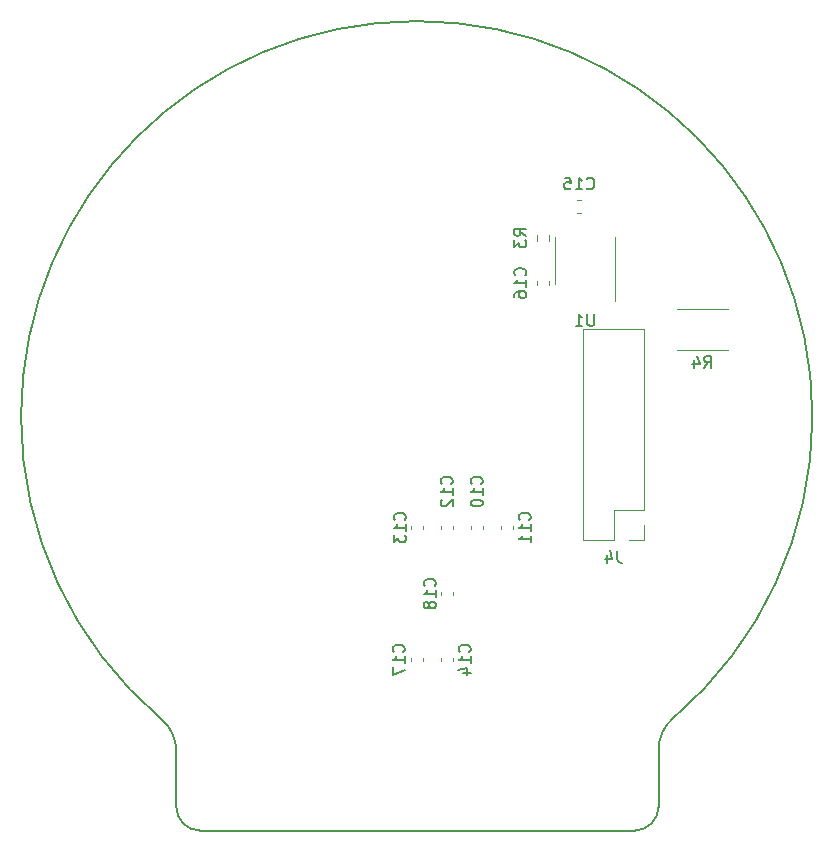
<source format=gbr>
%TF.GenerationSoftware,KiCad,Pcbnew,7.0.6*%
%TF.CreationDate,2024-03-18T21:18:52+03:00*%
%TF.ProjectId,_____ ________,1f3b3042-3020-4343-9042-47383a3e322e,rev?*%
%TF.SameCoordinates,Original*%
%TF.FileFunction,Legend,Bot*%
%TF.FilePolarity,Positive*%
%FSLAX46Y46*%
G04 Gerber Fmt 4.6, Leading zero omitted, Abs format (unit mm)*
G04 Created by KiCad (PCBNEW 7.0.6) date 2024-03-18 21:18:52*
%MOMM*%
%LPD*%
G01*
G04 APERTURE LIST*
%ADD10C,0.150000*%
%ADD11C,0.120000*%
%TA.AperFunction,Profile*%
%ADD12C,0.200000*%
%TD*%
G04 APERTURE END LIST*
D10*
X157331580Y-89019142D02*
X157379200Y-88971523D01*
X157379200Y-88971523D02*
X157426819Y-88828666D01*
X157426819Y-88828666D02*
X157426819Y-88733428D01*
X157426819Y-88733428D02*
X157379200Y-88590571D01*
X157379200Y-88590571D02*
X157283961Y-88495333D01*
X157283961Y-88495333D02*
X157188723Y-88447714D01*
X157188723Y-88447714D02*
X156998247Y-88400095D01*
X156998247Y-88400095D02*
X156855390Y-88400095D01*
X156855390Y-88400095D02*
X156664914Y-88447714D01*
X156664914Y-88447714D02*
X156569676Y-88495333D01*
X156569676Y-88495333D02*
X156474438Y-88590571D01*
X156474438Y-88590571D02*
X156426819Y-88733428D01*
X156426819Y-88733428D02*
X156426819Y-88828666D01*
X156426819Y-88828666D02*
X156474438Y-88971523D01*
X156474438Y-88971523D02*
X156522057Y-89019142D01*
X157426819Y-89971523D02*
X157426819Y-89400095D01*
X157426819Y-89685809D02*
X156426819Y-89685809D01*
X156426819Y-89685809D02*
X156569676Y-89590571D01*
X156569676Y-89590571D02*
X156664914Y-89495333D01*
X156664914Y-89495333D02*
X156712533Y-89400095D01*
X156426819Y-90590571D02*
X156426819Y-90685809D01*
X156426819Y-90685809D02*
X156474438Y-90781047D01*
X156474438Y-90781047D02*
X156522057Y-90828666D01*
X156522057Y-90828666D02*
X156617295Y-90876285D01*
X156617295Y-90876285D02*
X156807771Y-90923904D01*
X156807771Y-90923904D02*
X157045866Y-90923904D01*
X157045866Y-90923904D02*
X157236342Y-90876285D01*
X157236342Y-90876285D02*
X157331580Y-90828666D01*
X157331580Y-90828666D02*
X157379200Y-90781047D01*
X157379200Y-90781047D02*
X157426819Y-90685809D01*
X157426819Y-90685809D02*
X157426819Y-90590571D01*
X157426819Y-90590571D02*
X157379200Y-90495333D01*
X157379200Y-90495333D02*
X157331580Y-90447714D01*
X157331580Y-90447714D02*
X157236342Y-90400095D01*
X157236342Y-90400095D02*
X157045866Y-90352476D01*
X157045866Y-90352476D02*
X156807771Y-90352476D01*
X156807771Y-90352476D02*
X156617295Y-90400095D01*
X156617295Y-90400095D02*
X156522057Y-90447714D01*
X156522057Y-90447714D02*
X156474438Y-90495333D01*
X156474438Y-90495333D02*
X156426819Y-90590571D01*
X150821580Y-92067142D02*
X150869200Y-92019523D01*
X150869200Y-92019523D02*
X150916819Y-91876666D01*
X150916819Y-91876666D02*
X150916819Y-91781428D01*
X150916819Y-91781428D02*
X150869200Y-91638571D01*
X150869200Y-91638571D02*
X150773961Y-91543333D01*
X150773961Y-91543333D02*
X150678723Y-91495714D01*
X150678723Y-91495714D02*
X150488247Y-91448095D01*
X150488247Y-91448095D02*
X150345390Y-91448095D01*
X150345390Y-91448095D02*
X150154914Y-91495714D01*
X150154914Y-91495714D02*
X150059676Y-91543333D01*
X150059676Y-91543333D02*
X149964438Y-91638571D01*
X149964438Y-91638571D02*
X149916819Y-91781428D01*
X149916819Y-91781428D02*
X149916819Y-91876666D01*
X149916819Y-91876666D02*
X149964438Y-92019523D01*
X149964438Y-92019523D02*
X150012057Y-92067142D01*
X150916819Y-93019523D02*
X150916819Y-92448095D01*
X150916819Y-92733809D02*
X149916819Y-92733809D01*
X149916819Y-92733809D02*
X150059676Y-92638571D01*
X150059676Y-92638571D02*
X150154914Y-92543333D01*
X150154914Y-92543333D02*
X150202533Y-92448095D01*
X149916819Y-93352857D02*
X149916819Y-93971904D01*
X149916819Y-93971904D02*
X150297771Y-93638571D01*
X150297771Y-93638571D02*
X150297771Y-93781428D01*
X150297771Y-93781428D02*
X150345390Y-93876666D01*
X150345390Y-93876666D02*
X150393009Y-93924285D01*
X150393009Y-93924285D02*
X150488247Y-93971904D01*
X150488247Y-93971904D02*
X150726342Y-93971904D01*
X150726342Y-93971904D02*
X150821580Y-93924285D01*
X150821580Y-93924285D02*
X150869200Y-93876666D01*
X150869200Y-93876666D02*
X150916819Y-93781428D01*
X150916819Y-93781428D02*
X150916819Y-93495714D01*
X150916819Y-93495714D02*
X150869200Y-93400476D01*
X150869200Y-93400476D02*
X150821580Y-93352857D01*
X150727580Y-103243142D02*
X150775200Y-103195523D01*
X150775200Y-103195523D02*
X150822819Y-103052666D01*
X150822819Y-103052666D02*
X150822819Y-102957428D01*
X150822819Y-102957428D02*
X150775200Y-102814571D01*
X150775200Y-102814571D02*
X150679961Y-102719333D01*
X150679961Y-102719333D02*
X150584723Y-102671714D01*
X150584723Y-102671714D02*
X150394247Y-102624095D01*
X150394247Y-102624095D02*
X150251390Y-102624095D01*
X150251390Y-102624095D02*
X150060914Y-102671714D01*
X150060914Y-102671714D02*
X149965676Y-102719333D01*
X149965676Y-102719333D02*
X149870438Y-102814571D01*
X149870438Y-102814571D02*
X149822819Y-102957428D01*
X149822819Y-102957428D02*
X149822819Y-103052666D01*
X149822819Y-103052666D02*
X149870438Y-103195523D01*
X149870438Y-103195523D02*
X149918057Y-103243142D01*
X150822819Y-104195523D02*
X150822819Y-103624095D01*
X150822819Y-103909809D02*
X149822819Y-103909809D01*
X149822819Y-103909809D02*
X149965676Y-103814571D01*
X149965676Y-103814571D02*
X150060914Y-103719333D01*
X150060914Y-103719333D02*
X150108533Y-103624095D01*
X149822819Y-104528857D02*
X149822819Y-105195523D01*
X149822819Y-105195523D02*
X150822819Y-104766952D01*
X161109819Y-68032333D02*
X160633628Y-67699000D01*
X161109819Y-67460905D02*
X160109819Y-67460905D01*
X160109819Y-67460905D02*
X160109819Y-67841857D01*
X160109819Y-67841857D02*
X160157438Y-67937095D01*
X160157438Y-67937095D02*
X160205057Y-67984714D01*
X160205057Y-67984714D02*
X160300295Y-68032333D01*
X160300295Y-68032333D02*
X160443152Y-68032333D01*
X160443152Y-68032333D02*
X160538390Y-67984714D01*
X160538390Y-67984714D02*
X160586009Y-67937095D01*
X160586009Y-67937095D02*
X160633628Y-67841857D01*
X160633628Y-67841857D02*
X160633628Y-67460905D01*
X160109819Y-68365667D02*
X160109819Y-68984714D01*
X160109819Y-68984714D02*
X160490771Y-68651381D01*
X160490771Y-68651381D02*
X160490771Y-68794238D01*
X160490771Y-68794238D02*
X160538390Y-68889476D01*
X160538390Y-68889476D02*
X160586009Y-68937095D01*
X160586009Y-68937095D02*
X160681247Y-68984714D01*
X160681247Y-68984714D02*
X160919342Y-68984714D01*
X160919342Y-68984714D02*
X161014580Y-68937095D01*
X161014580Y-68937095D02*
X161062200Y-68889476D01*
X161062200Y-68889476D02*
X161109819Y-68794238D01*
X161109819Y-68794238D02*
X161109819Y-68508524D01*
X161109819Y-68508524D02*
X161062200Y-68413286D01*
X161062200Y-68413286D02*
X161014580Y-68365667D01*
X156315580Y-103243142D02*
X156363200Y-103195523D01*
X156363200Y-103195523D02*
X156410819Y-103052666D01*
X156410819Y-103052666D02*
X156410819Y-102957428D01*
X156410819Y-102957428D02*
X156363200Y-102814571D01*
X156363200Y-102814571D02*
X156267961Y-102719333D01*
X156267961Y-102719333D02*
X156172723Y-102671714D01*
X156172723Y-102671714D02*
X155982247Y-102624095D01*
X155982247Y-102624095D02*
X155839390Y-102624095D01*
X155839390Y-102624095D02*
X155648914Y-102671714D01*
X155648914Y-102671714D02*
X155553676Y-102719333D01*
X155553676Y-102719333D02*
X155458438Y-102814571D01*
X155458438Y-102814571D02*
X155410819Y-102957428D01*
X155410819Y-102957428D02*
X155410819Y-103052666D01*
X155410819Y-103052666D02*
X155458438Y-103195523D01*
X155458438Y-103195523D02*
X155506057Y-103243142D01*
X156410819Y-104195523D02*
X156410819Y-103624095D01*
X156410819Y-103909809D02*
X155410819Y-103909809D01*
X155410819Y-103909809D02*
X155553676Y-103814571D01*
X155553676Y-103814571D02*
X155648914Y-103719333D01*
X155648914Y-103719333D02*
X155696533Y-103624095D01*
X155744152Y-105052666D02*
X156410819Y-105052666D01*
X155363200Y-104814571D02*
X156077485Y-104576476D01*
X156077485Y-104576476D02*
X156077485Y-105195523D01*
X161014580Y-71366142D02*
X161062200Y-71318523D01*
X161062200Y-71318523D02*
X161109819Y-71175666D01*
X161109819Y-71175666D02*
X161109819Y-71080428D01*
X161109819Y-71080428D02*
X161062200Y-70937571D01*
X161062200Y-70937571D02*
X160966961Y-70842333D01*
X160966961Y-70842333D02*
X160871723Y-70794714D01*
X160871723Y-70794714D02*
X160681247Y-70747095D01*
X160681247Y-70747095D02*
X160538390Y-70747095D01*
X160538390Y-70747095D02*
X160347914Y-70794714D01*
X160347914Y-70794714D02*
X160252676Y-70842333D01*
X160252676Y-70842333D02*
X160157438Y-70937571D01*
X160157438Y-70937571D02*
X160109819Y-71080428D01*
X160109819Y-71080428D02*
X160109819Y-71175666D01*
X160109819Y-71175666D02*
X160157438Y-71318523D01*
X160157438Y-71318523D02*
X160205057Y-71366142D01*
X161109819Y-72318523D02*
X161109819Y-71747095D01*
X161109819Y-72032809D02*
X160109819Y-72032809D01*
X160109819Y-72032809D02*
X160252676Y-71937571D01*
X160252676Y-71937571D02*
X160347914Y-71842333D01*
X160347914Y-71842333D02*
X160395533Y-71747095D01*
X160109819Y-73175666D02*
X160109819Y-72985190D01*
X160109819Y-72985190D02*
X160157438Y-72889952D01*
X160157438Y-72889952D02*
X160205057Y-72842333D01*
X160205057Y-72842333D02*
X160347914Y-72747095D01*
X160347914Y-72747095D02*
X160538390Y-72699476D01*
X160538390Y-72699476D02*
X160919342Y-72699476D01*
X160919342Y-72699476D02*
X161014580Y-72747095D01*
X161014580Y-72747095D02*
X161062200Y-72794714D01*
X161062200Y-72794714D02*
X161109819Y-72889952D01*
X161109819Y-72889952D02*
X161109819Y-73080428D01*
X161109819Y-73080428D02*
X161062200Y-73175666D01*
X161062200Y-73175666D02*
X161014580Y-73223285D01*
X161014580Y-73223285D02*
X160919342Y-73270904D01*
X160919342Y-73270904D02*
X160681247Y-73270904D01*
X160681247Y-73270904D02*
X160586009Y-73223285D01*
X160586009Y-73223285D02*
X160538390Y-73175666D01*
X160538390Y-73175666D02*
X160490771Y-73080428D01*
X160490771Y-73080428D02*
X160490771Y-72889952D01*
X160490771Y-72889952D02*
X160538390Y-72794714D01*
X160538390Y-72794714D02*
X160586009Y-72747095D01*
X160586009Y-72747095D02*
X160681247Y-72699476D01*
X161395580Y-92067142D02*
X161443200Y-92019523D01*
X161443200Y-92019523D02*
X161490819Y-91876666D01*
X161490819Y-91876666D02*
X161490819Y-91781428D01*
X161490819Y-91781428D02*
X161443200Y-91638571D01*
X161443200Y-91638571D02*
X161347961Y-91543333D01*
X161347961Y-91543333D02*
X161252723Y-91495714D01*
X161252723Y-91495714D02*
X161062247Y-91448095D01*
X161062247Y-91448095D02*
X160919390Y-91448095D01*
X160919390Y-91448095D02*
X160728914Y-91495714D01*
X160728914Y-91495714D02*
X160633676Y-91543333D01*
X160633676Y-91543333D02*
X160538438Y-91638571D01*
X160538438Y-91638571D02*
X160490819Y-91781428D01*
X160490819Y-91781428D02*
X160490819Y-91876666D01*
X160490819Y-91876666D02*
X160538438Y-92019523D01*
X160538438Y-92019523D02*
X160586057Y-92067142D01*
X161490819Y-93019523D02*
X161490819Y-92448095D01*
X161490819Y-92733809D02*
X160490819Y-92733809D01*
X160490819Y-92733809D02*
X160633676Y-92638571D01*
X160633676Y-92638571D02*
X160728914Y-92543333D01*
X160728914Y-92543333D02*
X160776533Y-92448095D01*
X161490819Y-93971904D02*
X161490819Y-93400476D01*
X161490819Y-93686190D02*
X160490819Y-93686190D01*
X160490819Y-93686190D02*
X160633676Y-93590952D01*
X160633676Y-93590952D02*
X160728914Y-93495714D01*
X160728914Y-93495714D02*
X160776533Y-93400476D01*
X168847333Y-94680819D02*
X168847333Y-95395104D01*
X168847333Y-95395104D02*
X168894952Y-95537961D01*
X168894952Y-95537961D02*
X168990190Y-95633200D01*
X168990190Y-95633200D02*
X169133047Y-95680819D01*
X169133047Y-95680819D02*
X169228285Y-95680819D01*
X167942571Y-95014152D02*
X167942571Y-95680819D01*
X168180666Y-94633200D02*
X168418761Y-95347485D01*
X168418761Y-95347485D02*
X167799714Y-95347485D01*
X166877904Y-74638819D02*
X166877904Y-75448342D01*
X166877904Y-75448342D02*
X166830285Y-75543580D01*
X166830285Y-75543580D02*
X166782666Y-75591200D01*
X166782666Y-75591200D02*
X166687428Y-75638819D01*
X166687428Y-75638819D02*
X166496952Y-75638819D01*
X166496952Y-75638819D02*
X166401714Y-75591200D01*
X166401714Y-75591200D02*
X166354095Y-75543580D01*
X166354095Y-75543580D02*
X166306476Y-75448342D01*
X166306476Y-75448342D02*
X166306476Y-74638819D01*
X165306476Y-75638819D02*
X165877904Y-75638819D01*
X165592190Y-75638819D02*
X165592190Y-74638819D01*
X165592190Y-74638819D02*
X165687428Y-74781676D01*
X165687428Y-74781676D02*
X165782666Y-74876914D01*
X165782666Y-74876914D02*
X165877904Y-74924533D01*
X153361580Y-97655142D02*
X153409200Y-97607523D01*
X153409200Y-97607523D02*
X153456819Y-97464666D01*
X153456819Y-97464666D02*
X153456819Y-97369428D01*
X153456819Y-97369428D02*
X153409200Y-97226571D01*
X153409200Y-97226571D02*
X153313961Y-97131333D01*
X153313961Y-97131333D02*
X153218723Y-97083714D01*
X153218723Y-97083714D02*
X153028247Y-97036095D01*
X153028247Y-97036095D02*
X152885390Y-97036095D01*
X152885390Y-97036095D02*
X152694914Y-97083714D01*
X152694914Y-97083714D02*
X152599676Y-97131333D01*
X152599676Y-97131333D02*
X152504438Y-97226571D01*
X152504438Y-97226571D02*
X152456819Y-97369428D01*
X152456819Y-97369428D02*
X152456819Y-97464666D01*
X152456819Y-97464666D02*
X152504438Y-97607523D01*
X152504438Y-97607523D02*
X152552057Y-97655142D01*
X153456819Y-98607523D02*
X153456819Y-98036095D01*
X153456819Y-98321809D02*
X152456819Y-98321809D01*
X152456819Y-98321809D02*
X152599676Y-98226571D01*
X152599676Y-98226571D02*
X152694914Y-98131333D01*
X152694914Y-98131333D02*
X152742533Y-98036095D01*
X152885390Y-99178952D02*
X152837771Y-99083714D01*
X152837771Y-99083714D02*
X152790152Y-99036095D01*
X152790152Y-99036095D02*
X152694914Y-98988476D01*
X152694914Y-98988476D02*
X152647295Y-98988476D01*
X152647295Y-98988476D02*
X152552057Y-99036095D01*
X152552057Y-99036095D02*
X152504438Y-99083714D01*
X152504438Y-99083714D02*
X152456819Y-99178952D01*
X152456819Y-99178952D02*
X152456819Y-99369428D01*
X152456819Y-99369428D02*
X152504438Y-99464666D01*
X152504438Y-99464666D02*
X152552057Y-99512285D01*
X152552057Y-99512285D02*
X152647295Y-99559904D01*
X152647295Y-99559904D02*
X152694914Y-99559904D01*
X152694914Y-99559904D02*
X152790152Y-99512285D01*
X152790152Y-99512285D02*
X152837771Y-99464666D01*
X152837771Y-99464666D02*
X152885390Y-99369428D01*
X152885390Y-99369428D02*
X152885390Y-99178952D01*
X152885390Y-99178952D02*
X152933009Y-99083714D01*
X152933009Y-99083714D02*
X152980628Y-99036095D01*
X152980628Y-99036095D02*
X153075866Y-98988476D01*
X153075866Y-98988476D02*
X153266342Y-98988476D01*
X153266342Y-98988476D02*
X153361580Y-99036095D01*
X153361580Y-99036095D02*
X153409200Y-99083714D01*
X153409200Y-99083714D02*
X153456819Y-99178952D01*
X153456819Y-99178952D02*
X153456819Y-99369428D01*
X153456819Y-99369428D02*
X153409200Y-99464666D01*
X153409200Y-99464666D02*
X153361580Y-99512285D01*
X153361580Y-99512285D02*
X153266342Y-99559904D01*
X153266342Y-99559904D02*
X153075866Y-99559904D01*
X153075866Y-99559904D02*
X152980628Y-99512285D01*
X152980628Y-99512285D02*
X152933009Y-99464666D01*
X152933009Y-99464666D02*
X152885390Y-99369428D01*
X176188666Y-79194819D02*
X176521999Y-78718628D01*
X176760094Y-79194819D02*
X176760094Y-78194819D01*
X176760094Y-78194819D02*
X176379142Y-78194819D01*
X176379142Y-78194819D02*
X176283904Y-78242438D01*
X176283904Y-78242438D02*
X176236285Y-78290057D01*
X176236285Y-78290057D02*
X176188666Y-78385295D01*
X176188666Y-78385295D02*
X176188666Y-78528152D01*
X176188666Y-78528152D02*
X176236285Y-78623390D01*
X176236285Y-78623390D02*
X176283904Y-78671009D01*
X176283904Y-78671009D02*
X176379142Y-78718628D01*
X176379142Y-78718628D02*
X176760094Y-78718628D01*
X175331523Y-78528152D02*
X175331523Y-79194819D01*
X175569618Y-78147200D02*
X175807713Y-78861485D01*
X175807713Y-78861485D02*
X175188666Y-78861485D01*
X166250857Y-63986580D02*
X166298476Y-64034200D01*
X166298476Y-64034200D02*
X166441333Y-64081819D01*
X166441333Y-64081819D02*
X166536571Y-64081819D01*
X166536571Y-64081819D02*
X166679428Y-64034200D01*
X166679428Y-64034200D02*
X166774666Y-63938961D01*
X166774666Y-63938961D02*
X166822285Y-63843723D01*
X166822285Y-63843723D02*
X166869904Y-63653247D01*
X166869904Y-63653247D02*
X166869904Y-63510390D01*
X166869904Y-63510390D02*
X166822285Y-63319914D01*
X166822285Y-63319914D02*
X166774666Y-63224676D01*
X166774666Y-63224676D02*
X166679428Y-63129438D01*
X166679428Y-63129438D02*
X166536571Y-63081819D01*
X166536571Y-63081819D02*
X166441333Y-63081819D01*
X166441333Y-63081819D02*
X166298476Y-63129438D01*
X166298476Y-63129438D02*
X166250857Y-63177057D01*
X165298476Y-64081819D02*
X165869904Y-64081819D01*
X165584190Y-64081819D02*
X165584190Y-63081819D01*
X165584190Y-63081819D02*
X165679428Y-63224676D01*
X165679428Y-63224676D02*
X165774666Y-63319914D01*
X165774666Y-63319914D02*
X165869904Y-63367533D01*
X164393714Y-63081819D02*
X164869904Y-63081819D01*
X164869904Y-63081819D02*
X164917523Y-63558009D01*
X164917523Y-63558009D02*
X164869904Y-63510390D01*
X164869904Y-63510390D02*
X164774666Y-63462771D01*
X164774666Y-63462771D02*
X164536571Y-63462771D01*
X164536571Y-63462771D02*
X164441333Y-63510390D01*
X164441333Y-63510390D02*
X164393714Y-63558009D01*
X164393714Y-63558009D02*
X164346095Y-63653247D01*
X164346095Y-63653247D02*
X164346095Y-63891342D01*
X164346095Y-63891342D02*
X164393714Y-63986580D01*
X164393714Y-63986580D02*
X164441333Y-64034200D01*
X164441333Y-64034200D02*
X164536571Y-64081819D01*
X164536571Y-64081819D02*
X164774666Y-64081819D01*
X164774666Y-64081819D02*
X164869904Y-64034200D01*
X164869904Y-64034200D02*
X164917523Y-63986580D01*
X154791580Y-89019142D02*
X154839200Y-88971523D01*
X154839200Y-88971523D02*
X154886819Y-88828666D01*
X154886819Y-88828666D02*
X154886819Y-88733428D01*
X154886819Y-88733428D02*
X154839200Y-88590571D01*
X154839200Y-88590571D02*
X154743961Y-88495333D01*
X154743961Y-88495333D02*
X154648723Y-88447714D01*
X154648723Y-88447714D02*
X154458247Y-88400095D01*
X154458247Y-88400095D02*
X154315390Y-88400095D01*
X154315390Y-88400095D02*
X154124914Y-88447714D01*
X154124914Y-88447714D02*
X154029676Y-88495333D01*
X154029676Y-88495333D02*
X153934438Y-88590571D01*
X153934438Y-88590571D02*
X153886819Y-88733428D01*
X153886819Y-88733428D02*
X153886819Y-88828666D01*
X153886819Y-88828666D02*
X153934438Y-88971523D01*
X153934438Y-88971523D02*
X153982057Y-89019142D01*
X154886819Y-89971523D02*
X154886819Y-89400095D01*
X154886819Y-89685809D02*
X153886819Y-89685809D01*
X153886819Y-89685809D02*
X154029676Y-89590571D01*
X154029676Y-89590571D02*
X154124914Y-89495333D01*
X154124914Y-89495333D02*
X154172533Y-89400095D01*
X153982057Y-90352476D02*
X153934438Y-90400095D01*
X153934438Y-90400095D02*
X153886819Y-90495333D01*
X153886819Y-90495333D02*
X153886819Y-90733428D01*
X153886819Y-90733428D02*
X153934438Y-90828666D01*
X153934438Y-90828666D02*
X153982057Y-90876285D01*
X153982057Y-90876285D02*
X154077295Y-90923904D01*
X154077295Y-90923904D02*
X154172533Y-90923904D01*
X154172533Y-90923904D02*
X154315390Y-90876285D01*
X154315390Y-90876285D02*
X154886819Y-90304857D01*
X154886819Y-90304857D02*
X154886819Y-90923904D01*
D11*
%TO.C,C10*%
X156462000Y-92856267D02*
X156462000Y-92563733D01*
X157482000Y-92856267D02*
X157482000Y-92563733D01*
%TO.C,C13*%
X152402000Y-92563733D02*
X152402000Y-92856267D01*
X151382000Y-92563733D02*
X151382000Y-92856267D01*
%TO.C,C17*%
X151382000Y-104032267D02*
X151382000Y-103739733D01*
X152402000Y-104032267D02*
X152402000Y-103739733D01*
%TO.C,R3*%
X162037500Y-68453724D02*
X162037500Y-67944276D01*
X163082500Y-68453724D02*
X163082500Y-67944276D01*
%TO.C,C14*%
X154942000Y-103739733D02*
X154942000Y-104032267D01*
X153922000Y-103739733D02*
X153922000Y-104032267D01*
%TO.C,C16*%
X163070000Y-71862733D02*
X163070000Y-72155267D01*
X162050000Y-71862733D02*
X162050000Y-72155267D01*
%TO.C,C11*%
X160022000Y-92563733D02*
X160022000Y-92856267D01*
X159002000Y-92563733D02*
X159002000Y-92856267D01*
%TO.C,J4*%
X165914000Y-75886000D02*
X171114000Y-75886000D01*
X165914000Y-93786000D02*
X165914000Y-75886000D01*
X165914000Y-93786000D02*
X168514000Y-93786000D01*
X168514000Y-91186000D02*
X171114000Y-91186000D01*
X168514000Y-93786000D02*
X168514000Y-91186000D01*
X169784000Y-93786000D02*
X171114000Y-93786000D01*
X171114000Y-91186000D02*
X171114000Y-75886000D01*
X171114000Y-93786000D02*
X171114000Y-92456000D01*
%TO.C,U1*%
X163556000Y-70104000D02*
X163556000Y-72054000D01*
X163556000Y-70104000D02*
X163556000Y-68154000D01*
X168676000Y-70104000D02*
X168676000Y-73554000D01*
X168676000Y-70104000D02*
X168676000Y-68154000D01*
%TO.C,C18*%
X154942000Y-98151733D02*
X154942000Y-98444267D01*
X153922000Y-98151733D02*
X153922000Y-98444267D01*
%TO.C,R4*%
X173844936Y-74236000D02*
X178199064Y-74236000D01*
X173844936Y-77656000D02*
X178199064Y-77656000D01*
%TO.C,C15*%
X165461733Y-65022000D02*
X165754267Y-65022000D01*
X165461733Y-66042000D02*
X165754267Y-66042000D01*
%TO.C,C12*%
X153922000Y-92856267D02*
X153922000Y-92563733D01*
X154942000Y-92856267D02*
X154942000Y-92563733D01*
%TD*%
D12*
X131487619Y-111618347D02*
X131487619Y-116332000D01*
X172325073Y-111516254D02*
X172325073Y-116332000D01*
X131487653Y-111618347D02*
G75*
G03*
X130245370Y-108940051I-3505153J1447D01*
G01*
X131487598Y-116332000D02*
G75*
G03*
X133519619Y-118364002I2032002J0D01*
G01*
X170293071Y-118364000D02*
X133519619Y-118364002D01*
X170293071Y-118363973D02*
G75*
G03*
X172325073Y-116332000I29J2031973D01*
G01*
X173557146Y-108850261D02*
G75*
G03*
X172325073Y-111516254I2268654J-2666139D01*
G01*
X173557135Y-108850249D02*
G75*
G03*
X185348262Y-83336046I-21708895J25514219D01*
G01*
X185348262Y-83336046D02*
G75*
G03*
X118348262Y-83336046I-33500000J0D01*
G01*
X118348265Y-83336046D02*
G75*
G03*
X130245370Y-108940051I33499975J-14D01*
G01*
M02*

</source>
